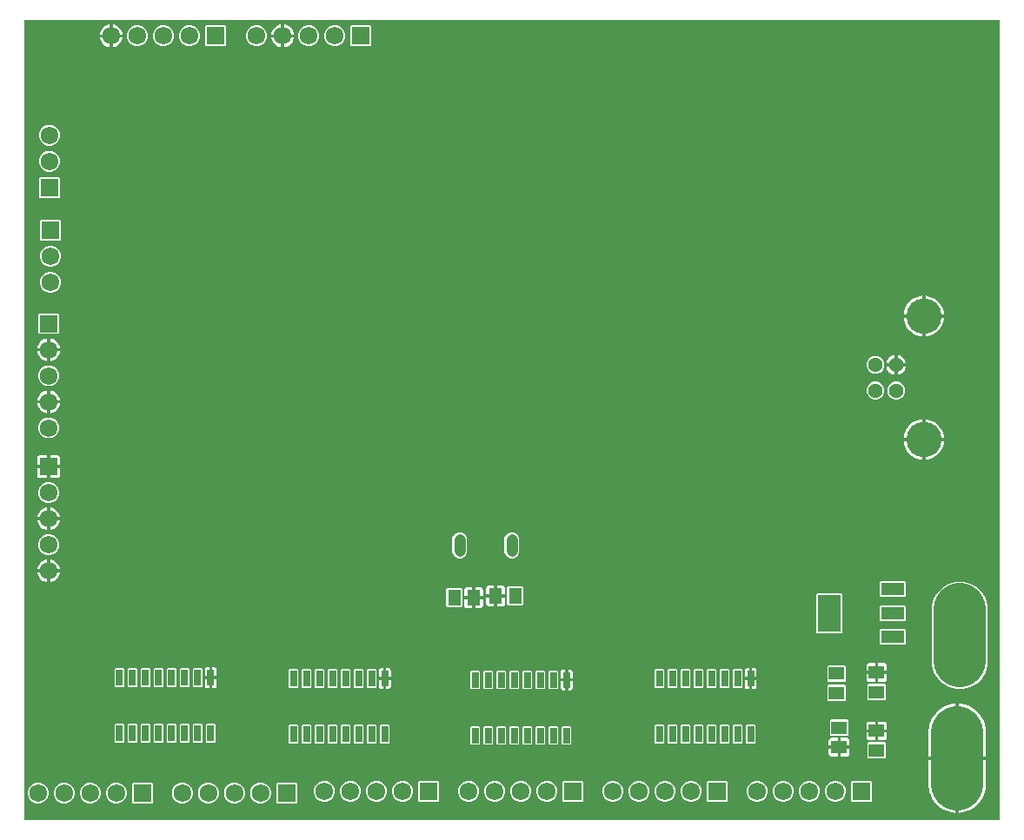
<source format=gbr>
G04 EAGLE Gerber RS-274X export*
G75*
%MOMM*%
%FSLAX34Y34*%
%LPD*%
%INBottom Copper*%
%IPPOS*%
%AMOC8*
5,1,8,0,0,1.08239X$1,22.5*%
G01*
%ADD10R,1.500000X1.300000*%
%ADD11R,1.300000X1.500000*%
%ADD12C,5.080000*%
%ADD13R,1.725000X1.725000*%
%ADD14C,1.725000*%
%ADD15R,0.650000X1.525000*%
%ADD16R,2.235200X1.219200*%
%ADD17R,2.200000X3.600000*%
%ADD18C,1.431000*%
%ADD19C,3.450000*%
%ADD20C,1.117600*%

G36*
X959098Y10164D02*
X959098Y10164D01*
X959117Y10162D01*
X959219Y10184D01*
X959321Y10200D01*
X959338Y10210D01*
X959358Y10214D01*
X959447Y10267D01*
X959538Y10316D01*
X959552Y10330D01*
X959569Y10340D01*
X959636Y10419D01*
X959708Y10494D01*
X959716Y10512D01*
X959729Y10527D01*
X959768Y10623D01*
X959811Y10717D01*
X959813Y10737D01*
X959821Y10755D01*
X959839Y10922D01*
X959839Y789078D01*
X959836Y789098D01*
X959838Y789117D01*
X959816Y789219D01*
X959800Y789321D01*
X959790Y789338D01*
X959786Y789358D01*
X959733Y789447D01*
X959684Y789538D01*
X959670Y789552D01*
X959660Y789569D01*
X959581Y789636D01*
X959506Y789708D01*
X959488Y789716D01*
X959473Y789729D01*
X959377Y789768D01*
X959283Y789811D01*
X959263Y789813D01*
X959245Y789821D01*
X959078Y789839D01*
X10922Y789839D01*
X10902Y789836D01*
X10883Y789838D01*
X10781Y789816D01*
X10679Y789800D01*
X10662Y789790D01*
X10642Y789786D01*
X10553Y789733D01*
X10462Y789684D01*
X10448Y789670D01*
X10431Y789660D01*
X10364Y789581D01*
X10292Y789506D01*
X10284Y789488D01*
X10271Y789473D01*
X10232Y789377D01*
X10189Y789283D01*
X10187Y789263D01*
X10179Y789245D01*
X10161Y789078D01*
X10161Y10922D01*
X10164Y10902D01*
X10162Y10883D01*
X10184Y10781D01*
X10200Y10679D01*
X10210Y10662D01*
X10214Y10642D01*
X10267Y10553D01*
X10316Y10462D01*
X10330Y10448D01*
X10340Y10431D01*
X10419Y10364D01*
X10494Y10292D01*
X10512Y10284D01*
X10527Y10271D01*
X10623Y10232D01*
X10717Y10189D01*
X10737Y10187D01*
X10755Y10179D01*
X10922Y10161D01*
X959078Y10161D01*
X959098Y10164D01*
G37*
%LPC*%
G36*
X917655Y137875D02*
X917655Y137875D01*
X910807Y139710D01*
X904668Y143255D01*
X899655Y148268D01*
X896110Y154407D01*
X894275Y161255D01*
X894275Y219145D01*
X896110Y225993D01*
X899655Y232132D01*
X904668Y237145D01*
X910807Y240690D01*
X917655Y242525D01*
X924745Y242525D01*
X931593Y240690D01*
X937732Y237145D01*
X942745Y232132D01*
X946290Y225993D01*
X948125Y219145D01*
X948125Y161255D01*
X946290Y154407D01*
X942745Y148268D01*
X937732Y143255D01*
X931593Y139710D01*
X924745Y137875D01*
X917655Y137875D01*
G37*
%LPD*%
%LPC*%
G36*
X920323Y72023D02*
X920323Y72023D01*
X920323Y123841D01*
X920369Y123841D01*
X923488Y123489D01*
X926314Y122844D01*
X926547Y122791D01*
X929509Y121755D01*
X932337Y120393D01*
X934994Y118723D01*
X937448Y116767D01*
X939667Y114548D01*
X941623Y112094D01*
X943293Y109437D01*
X944655Y106609D01*
X945691Y103647D01*
X946389Y100588D01*
X946741Y97469D01*
X946741Y72023D01*
X920323Y72023D01*
G37*
%LPD*%
%LPC*%
G36*
X920323Y17159D02*
X920323Y17159D01*
X920323Y68977D01*
X946741Y68977D01*
X946741Y43531D01*
X946389Y40412D01*
X945691Y37353D01*
X944655Y34391D01*
X943293Y31563D01*
X941623Y28906D01*
X939667Y26452D01*
X937448Y24233D01*
X934994Y22277D01*
X932337Y20607D01*
X929509Y19245D01*
X926547Y18209D01*
X923488Y17511D01*
X920369Y17159D01*
X920323Y17159D01*
G37*
%LPD*%
%LPC*%
G36*
X890859Y72023D02*
X890859Y72023D01*
X890859Y97469D01*
X891211Y100588D01*
X891909Y103647D01*
X892945Y106609D01*
X894307Y109437D01*
X895977Y112094D01*
X897933Y114548D01*
X900152Y116767D01*
X902606Y118723D01*
X905263Y120393D01*
X908091Y121755D01*
X911053Y122791D01*
X914112Y123489D01*
X917231Y123841D01*
X917277Y123841D01*
X917277Y72023D01*
X890859Y72023D01*
G37*
%LPD*%
%LPC*%
G36*
X917231Y17159D02*
X917231Y17159D01*
X914112Y17511D01*
X913043Y17755D01*
X911053Y18209D01*
X908091Y19245D01*
X905263Y20607D01*
X902606Y22277D01*
X900152Y24233D01*
X897933Y26452D01*
X895977Y28906D01*
X894307Y31563D01*
X892945Y34391D01*
X891909Y37353D01*
X891211Y40412D01*
X890859Y43531D01*
X890859Y68977D01*
X917277Y68977D01*
X917277Y17159D01*
X917231Y17159D01*
G37*
%LPD*%
%LPC*%
G36*
X782678Y192475D02*
X782678Y192475D01*
X781785Y193368D01*
X781785Y230632D01*
X782678Y231525D01*
X805942Y231525D01*
X806835Y230632D01*
X806835Y193368D01*
X805942Y192475D01*
X782678Y192475D01*
G37*
%LPD*%
%LPC*%
G36*
X25143Y616650D02*
X25143Y616650D01*
X24250Y617543D01*
X24250Y636057D01*
X25143Y636950D01*
X43657Y636950D01*
X44550Y636057D01*
X44550Y617543D01*
X43657Y616650D01*
X25143Y616650D01*
G37*
%LPD*%
%LPC*%
G36*
X816243Y28050D02*
X816243Y28050D01*
X815350Y28943D01*
X815350Y47457D01*
X816243Y48350D01*
X834757Y48350D01*
X835650Y47457D01*
X835650Y28943D01*
X834757Y28050D01*
X816243Y28050D01*
G37*
%LPD*%
%LPC*%
G36*
X26343Y575050D02*
X26343Y575050D01*
X25450Y575943D01*
X25450Y594457D01*
X26343Y595350D01*
X44857Y595350D01*
X45750Y594457D01*
X45750Y575943D01*
X44857Y575050D01*
X26343Y575050D01*
G37*
%LPD*%
%LPC*%
G36*
X328743Y764250D02*
X328743Y764250D01*
X327850Y765143D01*
X327850Y783657D01*
X328743Y784550D01*
X347257Y784550D01*
X348150Y783657D01*
X348150Y765143D01*
X347257Y764250D01*
X328743Y764250D01*
G37*
%LPD*%
%LPC*%
G36*
X394743Y28050D02*
X394743Y28050D01*
X393850Y28943D01*
X393850Y47457D01*
X394743Y48350D01*
X413257Y48350D01*
X414150Y47457D01*
X414150Y28943D01*
X413257Y28050D01*
X394743Y28050D01*
G37*
%LPD*%
%LPC*%
G36*
X675743Y28050D02*
X675743Y28050D01*
X674850Y28943D01*
X674850Y47457D01*
X675743Y48350D01*
X694257Y48350D01*
X695150Y47457D01*
X695150Y28943D01*
X694257Y28050D01*
X675743Y28050D01*
G37*
%LPD*%
%LPC*%
G36*
X24443Y483850D02*
X24443Y483850D01*
X23550Y484743D01*
X23550Y503257D01*
X24443Y504150D01*
X42957Y504150D01*
X43850Y503257D01*
X43850Y484743D01*
X42957Y483850D01*
X24443Y483850D01*
G37*
%LPD*%
%LPC*%
G36*
X186943Y764250D02*
X186943Y764250D01*
X186050Y765143D01*
X186050Y783657D01*
X186943Y784550D01*
X205457Y784550D01*
X206350Y783657D01*
X206350Y765143D01*
X205457Y764250D01*
X186943Y764250D01*
G37*
%LPD*%
%LPC*%
G36*
X535243Y28050D02*
X535243Y28050D01*
X534350Y28943D01*
X534350Y47457D01*
X535243Y48350D01*
X553757Y48350D01*
X554650Y47457D01*
X554650Y28943D01*
X553757Y28050D01*
X535243Y28050D01*
G37*
%LPD*%
%LPC*%
G36*
X115743Y26150D02*
X115743Y26150D01*
X114850Y27043D01*
X114850Y45557D01*
X115743Y46450D01*
X134257Y46450D01*
X135150Y45557D01*
X135150Y27043D01*
X134257Y26150D01*
X115743Y26150D01*
G37*
%LPD*%
%LPC*%
G36*
X256243Y26150D02*
X256243Y26150D01*
X255350Y27043D01*
X255350Y45557D01*
X256243Y46450D01*
X274757Y46450D01*
X275650Y45557D01*
X275650Y27043D01*
X274757Y26150D01*
X256243Y26150D01*
G37*
%LPD*%
%LPC*%
G36*
X844480Y227493D02*
X844480Y227493D01*
X843587Y228386D01*
X843587Y241842D01*
X844480Y242735D01*
X868096Y242735D01*
X868989Y241842D01*
X868989Y228386D01*
X868096Y227493D01*
X844480Y227493D01*
G37*
%LPD*%
%LPC*%
G36*
X844480Y181265D02*
X844480Y181265D01*
X843587Y182158D01*
X843587Y195614D01*
X844480Y196507D01*
X868096Y196507D01*
X868989Y195614D01*
X868989Y182158D01*
X868096Y181265D01*
X844480Y181265D01*
G37*
%LPD*%
%LPC*%
G36*
X844480Y204379D02*
X844480Y204379D01*
X843587Y205272D01*
X843587Y218728D01*
X844480Y219621D01*
X868096Y219621D01*
X868989Y218728D01*
X868989Y205272D01*
X868096Y204379D01*
X844480Y204379D01*
G37*
%LPD*%
%LPC*%
G36*
X798081Y28050D02*
X798081Y28050D01*
X794351Y29595D01*
X791495Y32451D01*
X789950Y36181D01*
X789950Y40219D01*
X791495Y43949D01*
X794351Y46805D01*
X798081Y48350D01*
X802119Y48350D01*
X805849Y46805D01*
X808705Y43949D01*
X810250Y40219D01*
X810250Y36181D01*
X808705Y32451D01*
X805849Y29595D01*
X802119Y28050D01*
X798081Y28050D01*
G37*
%LPD*%
%LPC*%
G36*
X325781Y28050D02*
X325781Y28050D01*
X322051Y29595D01*
X319195Y32451D01*
X317650Y36181D01*
X317650Y40219D01*
X319195Y43949D01*
X322051Y46805D01*
X325781Y48350D01*
X329819Y48350D01*
X333549Y46805D01*
X336405Y43949D01*
X337950Y40219D01*
X337950Y36181D01*
X336405Y32451D01*
X333549Y29595D01*
X329819Y28050D01*
X325781Y28050D01*
G37*
%LPD*%
%LPC*%
G36*
X168781Y764250D02*
X168781Y764250D01*
X165051Y765795D01*
X162195Y768651D01*
X160650Y772381D01*
X160650Y776419D01*
X162195Y780149D01*
X165051Y783005D01*
X168781Y784550D01*
X172819Y784550D01*
X176549Y783005D01*
X179405Y780149D01*
X180950Y776419D01*
X180950Y772381D01*
X179405Y768651D01*
X176549Y765795D01*
X172819Y764250D01*
X168781Y764250D01*
G37*
%LPD*%
%LPC*%
G36*
X143381Y764250D02*
X143381Y764250D01*
X139651Y765795D01*
X136795Y768651D01*
X135250Y772381D01*
X135250Y776419D01*
X136795Y780149D01*
X139651Y783005D01*
X143381Y784550D01*
X147419Y784550D01*
X151149Y783005D01*
X154005Y780149D01*
X155550Y776419D01*
X155550Y772381D01*
X154005Y768651D01*
X151149Y765795D01*
X147419Y764250D01*
X143381Y764250D01*
G37*
%LPD*%
%LPC*%
G36*
X310581Y764250D02*
X310581Y764250D01*
X306851Y765795D01*
X303995Y768651D01*
X302450Y772381D01*
X302450Y776419D01*
X303995Y780149D01*
X306851Y783005D01*
X310581Y784550D01*
X314619Y784550D01*
X318349Y783005D01*
X321205Y780149D01*
X322750Y776419D01*
X322750Y772381D01*
X321205Y768651D01*
X318349Y765795D01*
X314619Y764250D01*
X310581Y764250D01*
G37*
%LPD*%
%LPC*%
G36*
X285181Y764250D02*
X285181Y764250D01*
X281451Y765795D01*
X278595Y768651D01*
X277050Y772381D01*
X277050Y776419D01*
X278595Y780149D01*
X281451Y783005D01*
X285181Y784550D01*
X289219Y784550D01*
X292949Y783005D01*
X295805Y780149D01*
X297350Y776419D01*
X297350Y772381D01*
X295805Y768651D01*
X292949Y765795D01*
X289219Y764250D01*
X285181Y764250D01*
G37*
%LPD*%
%LPC*%
G36*
X234381Y764250D02*
X234381Y764250D01*
X230651Y765795D01*
X227795Y768651D01*
X226250Y772381D01*
X226250Y776419D01*
X227795Y780149D01*
X230651Y783005D01*
X234381Y784550D01*
X238419Y784550D01*
X242149Y783005D01*
X245005Y780149D01*
X246550Y776419D01*
X246550Y772381D01*
X245005Y768651D01*
X242149Y765795D01*
X238419Y764250D01*
X234381Y764250D01*
G37*
%LPD*%
%LPC*%
G36*
X117981Y764250D02*
X117981Y764250D01*
X114251Y765795D01*
X111395Y768651D01*
X109850Y772381D01*
X109850Y776419D01*
X111395Y780149D01*
X114251Y783005D01*
X117981Y784550D01*
X122019Y784550D01*
X125749Y783005D01*
X128605Y780149D01*
X130150Y776419D01*
X130150Y772381D01*
X128605Y768651D01*
X125749Y765795D01*
X122019Y764250D01*
X117981Y764250D01*
G37*
%LPD*%
%LPC*%
G36*
X46781Y26150D02*
X46781Y26150D01*
X43051Y27695D01*
X40195Y30551D01*
X38650Y34281D01*
X38650Y38319D01*
X40195Y42049D01*
X43051Y44905D01*
X46781Y46450D01*
X50819Y46450D01*
X54549Y44905D01*
X57405Y42049D01*
X58950Y38319D01*
X58950Y34281D01*
X57405Y30551D01*
X54549Y27695D01*
X50819Y26150D01*
X46781Y26150D01*
G37*
%LPD*%
%LPC*%
G36*
X31681Y268150D02*
X31681Y268150D01*
X27951Y269695D01*
X25095Y272551D01*
X23550Y276281D01*
X23550Y280319D01*
X25095Y284049D01*
X27951Y286905D01*
X31681Y288450D01*
X35719Y288450D01*
X39449Y286905D01*
X42305Y284049D01*
X43850Y280319D01*
X43850Y276281D01*
X42305Y272551D01*
X39449Y269695D01*
X35719Y268150D01*
X31681Y268150D01*
G37*
%LPD*%
%LPC*%
G36*
X31681Y318950D02*
X31681Y318950D01*
X27951Y320495D01*
X25095Y323351D01*
X23550Y327081D01*
X23550Y331119D01*
X25095Y334849D01*
X27951Y337705D01*
X31681Y339250D01*
X35719Y339250D01*
X39449Y337705D01*
X42305Y334849D01*
X43850Y331119D01*
X43850Y327081D01*
X42305Y323351D01*
X39449Y320495D01*
X35719Y318950D01*
X31681Y318950D01*
G37*
%LPD*%
%LPC*%
G36*
X32381Y667450D02*
X32381Y667450D01*
X28651Y668995D01*
X25795Y671851D01*
X24250Y675581D01*
X24250Y679619D01*
X25795Y683349D01*
X28651Y686205D01*
X32381Y687750D01*
X36419Y687750D01*
X40149Y686205D01*
X43005Y683349D01*
X44550Y679619D01*
X44550Y675581D01*
X43005Y671851D01*
X40149Y668995D01*
X36419Y667450D01*
X32381Y667450D01*
G37*
%LPD*%
%LPC*%
G36*
X32381Y642050D02*
X32381Y642050D01*
X28651Y643595D01*
X25795Y646451D01*
X24250Y650181D01*
X24250Y654219D01*
X25795Y657949D01*
X28651Y660805D01*
X32381Y662350D01*
X36419Y662350D01*
X40149Y660805D01*
X43005Y657949D01*
X44550Y654219D01*
X44550Y650181D01*
X43005Y646451D01*
X40149Y643595D01*
X36419Y642050D01*
X32381Y642050D01*
G37*
%LPD*%
%LPC*%
G36*
X33581Y549650D02*
X33581Y549650D01*
X29851Y551195D01*
X26995Y554051D01*
X25450Y557781D01*
X25450Y561819D01*
X26995Y565549D01*
X29851Y568405D01*
X33581Y569950D01*
X37619Y569950D01*
X41349Y568405D01*
X44205Y565549D01*
X45750Y561819D01*
X45750Y557781D01*
X44205Y554051D01*
X41349Y551195D01*
X37619Y549650D01*
X33581Y549650D01*
G37*
%LPD*%
%LPC*%
G36*
X33581Y524250D02*
X33581Y524250D01*
X29851Y525795D01*
X26995Y528651D01*
X25450Y532381D01*
X25450Y536419D01*
X26995Y540149D01*
X29851Y543005D01*
X33581Y544550D01*
X37619Y544550D01*
X41349Y543005D01*
X44205Y540149D01*
X45750Y536419D01*
X45750Y532381D01*
X44205Y528651D01*
X41349Y525795D01*
X37619Y524250D01*
X33581Y524250D01*
G37*
%LPD*%
%LPC*%
G36*
X21381Y26150D02*
X21381Y26150D01*
X17651Y27695D01*
X14795Y30551D01*
X13250Y34281D01*
X13250Y38319D01*
X14795Y42049D01*
X17651Y44905D01*
X21381Y46450D01*
X25419Y46450D01*
X29149Y44905D01*
X32005Y42049D01*
X33550Y38319D01*
X33550Y34281D01*
X32005Y30551D01*
X29149Y27695D01*
X25419Y26150D01*
X21381Y26150D01*
G37*
%LPD*%
%LPC*%
G36*
X300381Y28050D02*
X300381Y28050D01*
X296651Y29595D01*
X293795Y32451D01*
X292250Y36181D01*
X292250Y40219D01*
X293795Y43949D01*
X296651Y46805D01*
X300381Y48350D01*
X304419Y48350D01*
X308149Y46805D01*
X311005Y43949D01*
X312550Y40219D01*
X312550Y36181D01*
X311005Y32451D01*
X308149Y29595D01*
X304419Y28050D01*
X300381Y28050D01*
G37*
%LPD*%
%LPC*%
G36*
X31681Y382250D02*
X31681Y382250D01*
X27951Y383795D01*
X25095Y386651D01*
X23550Y390381D01*
X23550Y394419D01*
X25095Y398149D01*
X27951Y401005D01*
X31681Y402550D01*
X35719Y402550D01*
X39449Y401005D01*
X42305Y398149D01*
X43850Y394419D01*
X43850Y390381D01*
X42305Y386651D01*
X39449Y383795D01*
X35719Y382250D01*
X31681Y382250D01*
G37*
%LPD*%
%LPC*%
G36*
X351181Y28050D02*
X351181Y28050D01*
X347451Y29595D01*
X344595Y32451D01*
X343050Y36181D01*
X343050Y40219D01*
X344595Y43949D01*
X347451Y46805D01*
X351181Y48350D01*
X355219Y48350D01*
X358949Y46805D01*
X361805Y43949D01*
X363350Y40219D01*
X363350Y36181D01*
X361805Y32451D01*
X358949Y29595D01*
X355219Y28050D01*
X351181Y28050D01*
G37*
%LPD*%
%LPC*%
G36*
X31681Y433050D02*
X31681Y433050D01*
X27951Y434595D01*
X25095Y437451D01*
X23550Y441181D01*
X23550Y445219D01*
X25095Y448949D01*
X27951Y451805D01*
X31681Y453350D01*
X35719Y453350D01*
X39449Y451805D01*
X42305Y448949D01*
X43850Y445219D01*
X43850Y441181D01*
X42305Y437451D01*
X39449Y434595D01*
X35719Y433050D01*
X31681Y433050D01*
G37*
%LPD*%
%LPC*%
G36*
X772681Y28050D02*
X772681Y28050D01*
X768951Y29595D01*
X766095Y32451D01*
X764550Y36181D01*
X764550Y40219D01*
X766095Y43949D01*
X768951Y46805D01*
X772681Y48350D01*
X776719Y48350D01*
X780449Y46805D01*
X783305Y43949D01*
X784850Y40219D01*
X784850Y36181D01*
X783305Y32451D01*
X780449Y29595D01*
X776719Y28050D01*
X772681Y28050D01*
G37*
%LPD*%
%LPC*%
G36*
X747281Y28050D02*
X747281Y28050D01*
X743551Y29595D01*
X740695Y32451D01*
X739150Y36181D01*
X739150Y40219D01*
X740695Y43949D01*
X743551Y46805D01*
X747281Y48350D01*
X751319Y48350D01*
X755049Y46805D01*
X757905Y43949D01*
X759450Y40219D01*
X759450Y36181D01*
X757905Y32451D01*
X755049Y29595D01*
X751319Y28050D01*
X747281Y28050D01*
G37*
%LPD*%
%LPC*%
G36*
X721881Y28050D02*
X721881Y28050D01*
X718151Y29595D01*
X715295Y32451D01*
X713750Y36181D01*
X713750Y40219D01*
X715295Y43949D01*
X718151Y46805D01*
X721881Y48350D01*
X725919Y48350D01*
X729649Y46805D01*
X732505Y43949D01*
X734050Y40219D01*
X734050Y36181D01*
X732505Y32451D01*
X729649Y29595D01*
X725919Y28050D01*
X721881Y28050D01*
G37*
%LPD*%
%LPC*%
G36*
X657581Y28050D02*
X657581Y28050D01*
X653851Y29595D01*
X650995Y32451D01*
X649450Y36181D01*
X649450Y40219D01*
X650995Y43949D01*
X653851Y46805D01*
X657581Y48350D01*
X661619Y48350D01*
X665349Y46805D01*
X668205Y43949D01*
X669750Y40219D01*
X669750Y36181D01*
X668205Y32451D01*
X665349Y29595D01*
X661619Y28050D01*
X657581Y28050D01*
G37*
%LPD*%
%LPC*%
G36*
X632181Y28050D02*
X632181Y28050D01*
X628451Y29595D01*
X625595Y32451D01*
X624050Y36181D01*
X624050Y40219D01*
X625595Y43949D01*
X628451Y46805D01*
X632181Y48350D01*
X636219Y48350D01*
X639949Y46805D01*
X642805Y43949D01*
X644350Y40219D01*
X644350Y36181D01*
X642805Y32451D01*
X639949Y29595D01*
X636219Y28050D01*
X632181Y28050D01*
G37*
%LPD*%
%LPC*%
G36*
X606781Y28050D02*
X606781Y28050D01*
X603051Y29595D01*
X600195Y32451D01*
X598650Y36181D01*
X598650Y40219D01*
X600195Y43949D01*
X603051Y46805D01*
X606781Y48350D01*
X610819Y48350D01*
X614549Y46805D01*
X617405Y43949D01*
X618950Y40219D01*
X618950Y36181D01*
X617405Y32451D01*
X614549Y29595D01*
X610819Y28050D01*
X606781Y28050D01*
G37*
%LPD*%
%LPC*%
G36*
X581381Y28050D02*
X581381Y28050D01*
X577651Y29595D01*
X574795Y32451D01*
X573250Y36181D01*
X573250Y40219D01*
X574795Y43949D01*
X577651Y46805D01*
X581381Y48350D01*
X585419Y48350D01*
X589149Y46805D01*
X592005Y43949D01*
X593550Y40219D01*
X593550Y36181D01*
X592005Y32451D01*
X589149Y29595D01*
X585419Y28050D01*
X581381Y28050D01*
G37*
%LPD*%
%LPC*%
G36*
X517081Y28050D02*
X517081Y28050D01*
X513351Y29595D01*
X510495Y32451D01*
X508950Y36181D01*
X508950Y40219D01*
X510495Y43949D01*
X513351Y46805D01*
X517081Y48350D01*
X521119Y48350D01*
X524849Y46805D01*
X527705Y43949D01*
X529250Y40219D01*
X529250Y36181D01*
X527705Y32451D01*
X524849Y29595D01*
X521119Y28050D01*
X517081Y28050D01*
G37*
%LPD*%
%LPC*%
G36*
X491681Y28050D02*
X491681Y28050D01*
X487951Y29595D01*
X485095Y32451D01*
X483550Y36181D01*
X483550Y40219D01*
X485095Y43949D01*
X487951Y46805D01*
X491681Y48350D01*
X495719Y48350D01*
X499449Y46805D01*
X502305Y43949D01*
X503850Y40219D01*
X503850Y36181D01*
X502305Y32451D01*
X499449Y29595D01*
X495719Y28050D01*
X491681Y28050D01*
G37*
%LPD*%
%LPC*%
G36*
X466281Y28050D02*
X466281Y28050D01*
X462551Y29595D01*
X459695Y32451D01*
X458150Y36181D01*
X458150Y40219D01*
X459695Y43949D01*
X462551Y46805D01*
X466281Y48350D01*
X470319Y48350D01*
X474049Y46805D01*
X476905Y43949D01*
X478450Y40219D01*
X478450Y36181D01*
X476905Y32451D01*
X474049Y29595D01*
X470319Y28050D01*
X466281Y28050D01*
G37*
%LPD*%
%LPC*%
G36*
X440881Y28050D02*
X440881Y28050D01*
X437151Y29595D01*
X434295Y32451D01*
X432750Y36181D01*
X432750Y40219D01*
X434295Y43949D01*
X437151Y46805D01*
X440881Y48350D01*
X444919Y48350D01*
X448649Y46805D01*
X451505Y43949D01*
X453050Y40219D01*
X453050Y36181D01*
X451505Y32451D01*
X448649Y29595D01*
X444919Y28050D01*
X440881Y28050D01*
G37*
%LPD*%
%LPC*%
G36*
X376581Y28050D02*
X376581Y28050D01*
X372851Y29595D01*
X369995Y32451D01*
X368450Y36181D01*
X368450Y40219D01*
X369995Y43949D01*
X372851Y46805D01*
X376581Y48350D01*
X380619Y48350D01*
X384349Y46805D01*
X387205Y43949D01*
X388750Y40219D01*
X388750Y36181D01*
X387205Y32451D01*
X384349Y29595D01*
X380619Y28050D01*
X376581Y28050D01*
G37*
%LPD*%
%LPC*%
G36*
X238081Y26150D02*
X238081Y26150D01*
X234351Y27695D01*
X231495Y30551D01*
X229950Y34281D01*
X229950Y38319D01*
X231495Y42049D01*
X234351Y44905D01*
X238081Y46450D01*
X242119Y46450D01*
X245849Y44905D01*
X248705Y42049D01*
X250250Y38319D01*
X250250Y34281D01*
X248705Y30551D01*
X245849Y27695D01*
X242119Y26150D01*
X238081Y26150D01*
G37*
%LPD*%
%LPC*%
G36*
X212681Y26150D02*
X212681Y26150D01*
X208951Y27695D01*
X206095Y30551D01*
X204550Y34281D01*
X204550Y38319D01*
X206095Y42049D01*
X208951Y44905D01*
X212681Y46450D01*
X216719Y46450D01*
X220449Y44905D01*
X223305Y42049D01*
X224850Y38319D01*
X224850Y34281D01*
X223305Y30551D01*
X220449Y27695D01*
X216719Y26150D01*
X212681Y26150D01*
G37*
%LPD*%
%LPC*%
G36*
X187281Y26150D02*
X187281Y26150D01*
X183551Y27695D01*
X180695Y30551D01*
X179150Y34281D01*
X179150Y38319D01*
X180695Y42049D01*
X183551Y44905D01*
X187281Y46450D01*
X191319Y46450D01*
X195049Y44905D01*
X197905Y42049D01*
X199450Y38319D01*
X199450Y34281D01*
X197905Y30551D01*
X195049Y27695D01*
X191319Y26150D01*
X187281Y26150D01*
G37*
%LPD*%
%LPC*%
G36*
X161881Y26150D02*
X161881Y26150D01*
X158151Y27695D01*
X155295Y30551D01*
X153750Y34281D01*
X153750Y38319D01*
X155295Y42049D01*
X158151Y44905D01*
X161881Y46450D01*
X165919Y46450D01*
X169649Y44905D01*
X172505Y42049D01*
X174050Y38319D01*
X174050Y34281D01*
X172505Y30551D01*
X169649Y27695D01*
X165919Y26150D01*
X161881Y26150D01*
G37*
%LPD*%
%LPC*%
G36*
X97581Y26150D02*
X97581Y26150D01*
X93851Y27695D01*
X90995Y30551D01*
X89450Y34281D01*
X89450Y38319D01*
X90995Y42049D01*
X93851Y44905D01*
X97581Y46450D01*
X101619Y46450D01*
X105349Y44905D01*
X108205Y42049D01*
X109750Y38319D01*
X109750Y34281D01*
X108205Y30551D01*
X105349Y27695D01*
X101619Y26150D01*
X97581Y26150D01*
G37*
%LPD*%
%LPC*%
G36*
X72181Y26150D02*
X72181Y26150D01*
X68451Y27695D01*
X65595Y30551D01*
X64050Y34281D01*
X64050Y38319D01*
X65595Y42049D01*
X68451Y44905D01*
X72181Y46450D01*
X76219Y46450D01*
X79949Y44905D01*
X82805Y42049D01*
X84350Y38319D01*
X84350Y34281D01*
X82805Y30551D01*
X79949Y27695D01*
X76219Y26150D01*
X72181Y26150D01*
G37*
%LPD*%
%LPC*%
G36*
X483585Y265299D02*
X483585Y265299D01*
X480971Y266382D01*
X478970Y268383D01*
X477887Y270997D01*
X477887Y285003D01*
X478970Y287617D01*
X480971Y289618D01*
X483585Y290701D01*
X486415Y290701D01*
X489029Y289618D01*
X491030Y287617D01*
X492113Y285003D01*
X492113Y270997D01*
X491030Y268383D01*
X489029Y266382D01*
X486415Y265299D01*
X483585Y265299D01*
G37*
%LPD*%
%LPC*%
G36*
X432785Y265299D02*
X432785Y265299D01*
X430171Y266382D01*
X428170Y268383D01*
X427087Y270997D01*
X427087Y285003D01*
X428170Y287617D01*
X430171Y289618D01*
X432785Y290701D01*
X435615Y290701D01*
X438229Y289618D01*
X440230Y287617D01*
X441313Y285003D01*
X441313Y270997D01*
X440230Y268383D01*
X438229Y266382D01*
X435615Y265299D01*
X432785Y265299D01*
G37*
%LPD*%
%LPC*%
G36*
X832068Y69975D02*
X832068Y69975D01*
X831175Y70868D01*
X831175Y85132D01*
X832068Y86025D01*
X848332Y86025D01*
X849225Y85132D01*
X849225Y70868D01*
X848332Y69975D01*
X832068Y69975D01*
G37*
%LPD*%
%LPC*%
G36*
X793168Y125975D02*
X793168Y125975D01*
X792275Y126868D01*
X792275Y141132D01*
X793168Y142025D01*
X809432Y142025D01*
X810325Y141132D01*
X810325Y126868D01*
X809432Y125975D01*
X793168Y125975D01*
G37*
%LPD*%
%LPC*%
G36*
X832068Y126975D02*
X832068Y126975D01*
X831175Y127868D01*
X831175Y142132D01*
X832068Y143025D01*
X848332Y143025D01*
X849225Y142132D01*
X849225Y127868D01*
X848332Y126975D01*
X832068Y126975D01*
G37*
%LPD*%
%LPC*%
G36*
X421668Y217975D02*
X421668Y217975D01*
X420775Y218868D01*
X420775Y235132D01*
X421668Y236025D01*
X435932Y236025D01*
X436825Y235132D01*
X436825Y218868D01*
X435932Y217975D01*
X421668Y217975D01*
G37*
%LPD*%
%LPC*%
G36*
X480968Y219675D02*
X480968Y219675D01*
X480075Y220568D01*
X480075Y236832D01*
X480968Y237725D01*
X495232Y237725D01*
X496125Y236832D01*
X496125Y220568D01*
X495232Y219675D01*
X480968Y219675D01*
G37*
%LPD*%
%LPC*%
G36*
X793168Y144975D02*
X793168Y144975D01*
X792275Y145868D01*
X792275Y160132D01*
X793168Y161025D01*
X809432Y161025D01*
X810325Y160132D01*
X810325Y145868D01*
X809432Y144975D01*
X793168Y144975D01*
G37*
%LPD*%
%LPC*%
G36*
X795568Y92175D02*
X795568Y92175D01*
X794675Y93068D01*
X794675Y107332D01*
X795568Y108225D01*
X811832Y108225D01*
X812725Y107332D01*
X812725Y93068D01*
X811832Y92175D01*
X795568Y92175D01*
G37*
%LPD*%
%LPC*%
G36*
X887823Y382523D02*
X887823Y382523D01*
X887823Y400761D01*
X890169Y400452D01*
X892675Y399781D01*
X895072Y398788D01*
X897319Y397491D01*
X899377Y395911D01*
X901211Y394077D01*
X902791Y392019D01*
X904088Y389772D01*
X905081Y387375D01*
X905752Y384869D01*
X906061Y382523D01*
X887823Y382523D01*
G37*
%LPD*%
%LPC*%
G36*
X887823Y502923D02*
X887823Y502923D01*
X887823Y521161D01*
X890169Y520852D01*
X892675Y520181D01*
X895072Y519188D01*
X897319Y517891D01*
X899377Y516311D01*
X901211Y514477D01*
X902791Y512419D01*
X904088Y510172D01*
X905081Y507775D01*
X905752Y505269D01*
X906061Y502923D01*
X887823Y502923D01*
G37*
%LPD*%
%LPC*%
G36*
X887823Y379477D02*
X887823Y379477D01*
X906061Y379477D01*
X905752Y377131D01*
X905081Y374625D01*
X904088Y372228D01*
X902791Y369981D01*
X901211Y367923D01*
X899377Y366089D01*
X897319Y364509D01*
X895072Y363212D01*
X892675Y362219D01*
X890169Y361548D01*
X887823Y361239D01*
X887823Y379477D01*
G37*
%LPD*%
%LPC*%
G36*
X866539Y502923D02*
X866539Y502923D01*
X866848Y505269D01*
X867519Y507775D01*
X868512Y510172D01*
X869809Y512419D01*
X871389Y514477D01*
X873223Y516311D01*
X875281Y517891D01*
X877528Y519188D01*
X879925Y520181D01*
X882431Y520852D01*
X884777Y521161D01*
X884777Y502923D01*
X866539Y502923D01*
G37*
%LPD*%
%LPC*%
G36*
X887823Y499877D02*
X887823Y499877D01*
X906061Y499877D01*
X905752Y497531D01*
X905081Y495025D01*
X904088Y492628D01*
X902791Y490381D01*
X901211Y488323D01*
X899377Y486489D01*
X897319Y484909D01*
X895072Y483612D01*
X892675Y482619D01*
X890169Y481948D01*
X887823Y481639D01*
X887823Y499877D01*
G37*
%LPD*%
%LPC*%
G36*
X866539Y382523D02*
X866539Y382523D01*
X866848Y384869D01*
X867519Y387375D01*
X868512Y389772D01*
X869809Y392019D01*
X871389Y394077D01*
X873223Y395911D01*
X875281Y397491D01*
X877528Y398788D01*
X879925Y399781D01*
X882431Y400452D01*
X884777Y400761D01*
X884777Y382523D01*
X866539Y382523D01*
G37*
%LPD*%
%LPC*%
G36*
X882431Y361548D02*
X882431Y361548D01*
X879925Y362219D01*
X877528Y363212D01*
X875281Y364509D01*
X873223Y366089D01*
X871389Y367923D01*
X869809Y369981D01*
X868512Y372228D01*
X867519Y374625D01*
X866848Y377131D01*
X866539Y379477D01*
X884777Y379477D01*
X884777Y361239D01*
X882431Y361548D01*
G37*
%LPD*%
%LPC*%
G36*
X882431Y481948D02*
X882431Y481948D01*
X879925Y482619D01*
X877528Y483612D01*
X875281Y484909D01*
X873223Y486489D01*
X871389Y488323D01*
X869809Y490381D01*
X868512Y492628D01*
X867519Y495025D01*
X866848Y497531D01*
X866539Y499877D01*
X884777Y499877D01*
X884777Y481639D01*
X882431Y481948D01*
G37*
%LPD*%
%LPC*%
G36*
X837473Y420020D02*
X837473Y420020D01*
X834283Y421342D01*
X831842Y423783D01*
X830520Y426973D01*
X830520Y430427D01*
X831842Y433617D01*
X834283Y436058D01*
X837473Y437380D01*
X840927Y437380D01*
X844117Y436058D01*
X846558Y433617D01*
X847880Y430427D01*
X847880Y426973D01*
X846558Y423783D01*
X844117Y421342D01*
X840927Y420020D01*
X837473Y420020D01*
G37*
%LPD*%
%LPC*%
G36*
X857473Y420020D02*
X857473Y420020D01*
X854283Y421342D01*
X851842Y423783D01*
X850520Y426973D01*
X850520Y430427D01*
X851842Y433617D01*
X854283Y436058D01*
X857473Y437380D01*
X860927Y437380D01*
X864117Y436058D01*
X866558Y433617D01*
X867880Y430427D01*
X867880Y426973D01*
X866558Y423783D01*
X864117Y421342D01*
X860927Y420020D01*
X857473Y420020D01*
G37*
%LPD*%
%LPC*%
G36*
X837473Y445020D02*
X837473Y445020D01*
X834283Y446342D01*
X831842Y448783D01*
X830520Y451973D01*
X830520Y455427D01*
X831842Y458617D01*
X834283Y461058D01*
X837473Y462380D01*
X840927Y462380D01*
X844117Y461058D01*
X846558Y458617D01*
X847880Y455427D01*
X847880Y451973D01*
X846558Y448783D01*
X844117Y446342D01*
X840927Y445020D01*
X837473Y445020D01*
G37*
%LPD*%
%LPC*%
G36*
X650168Y84630D02*
X650168Y84630D01*
X649275Y85523D01*
X649275Y102037D01*
X650168Y102930D01*
X657932Y102930D01*
X658825Y102037D01*
X658825Y85523D01*
X657932Y84630D01*
X650168Y84630D01*
G37*
%LPD*%
%LPC*%
G36*
X445468Y137670D02*
X445468Y137670D01*
X444575Y138563D01*
X444575Y155077D01*
X445468Y155970D01*
X453232Y155970D01*
X454125Y155077D01*
X454125Y138563D01*
X453232Y137670D01*
X445468Y137670D01*
G37*
%LPD*%
%LPC*%
G36*
X458168Y137670D02*
X458168Y137670D01*
X457275Y138563D01*
X457275Y155077D01*
X458168Y155970D01*
X465932Y155970D01*
X466825Y155077D01*
X466825Y138563D01*
X465932Y137670D01*
X458168Y137670D01*
G37*
%LPD*%
%LPC*%
G36*
X662868Y84630D02*
X662868Y84630D01*
X661975Y85523D01*
X661975Y102037D01*
X662868Y102930D01*
X670632Y102930D01*
X671525Y102037D01*
X671525Y85523D01*
X670632Y84630D01*
X662868Y84630D01*
G37*
%LPD*%
%LPC*%
G36*
X675568Y84630D02*
X675568Y84630D01*
X674675Y85523D01*
X674675Y102037D01*
X675568Y102930D01*
X683332Y102930D01*
X684225Y102037D01*
X684225Y85523D01*
X683332Y84630D01*
X675568Y84630D01*
G37*
%LPD*%
%LPC*%
G36*
X496268Y137670D02*
X496268Y137670D01*
X495375Y138563D01*
X495375Y155077D01*
X496268Y155970D01*
X504032Y155970D01*
X504925Y155077D01*
X504925Y138563D01*
X504032Y137670D01*
X496268Y137670D01*
G37*
%LPD*%
%LPC*%
G36*
X306546Y138993D02*
X306546Y138993D01*
X305653Y139887D01*
X305653Y156400D01*
X306546Y157293D01*
X314310Y157293D01*
X315203Y156400D01*
X315203Y139887D01*
X314310Y138993D01*
X306546Y138993D01*
G37*
%LPD*%
%LPC*%
G36*
X508968Y137670D02*
X508968Y137670D01*
X508075Y138563D01*
X508075Y155077D01*
X508968Y155970D01*
X516732Y155970D01*
X517625Y155077D01*
X517625Y138563D01*
X516732Y137670D01*
X508968Y137670D01*
G37*
%LPD*%
%LPC*%
G36*
X521668Y137670D02*
X521668Y137670D01*
X520775Y138563D01*
X520775Y155077D01*
X521668Y155970D01*
X529432Y155970D01*
X530325Y155077D01*
X530325Y138563D01*
X529432Y137670D01*
X521668Y137670D01*
G37*
%LPD*%
%LPC*%
G36*
X470868Y137670D02*
X470868Y137670D01*
X469975Y138563D01*
X469975Y155077D01*
X470868Y155970D01*
X478632Y155970D01*
X479525Y155077D01*
X479525Y138563D01*
X478632Y137670D01*
X470868Y137670D01*
G37*
%LPD*%
%LPC*%
G36*
X483568Y137670D02*
X483568Y137670D01*
X482675Y138563D01*
X482675Y155077D01*
X483568Y155970D01*
X491332Y155970D01*
X492225Y155077D01*
X492225Y138563D01*
X491332Y137670D01*
X483568Y137670D01*
G37*
%LPD*%
%LPC*%
G36*
X688268Y84630D02*
X688268Y84630D01*
X687375Y85523D01*
X687375Y102037D01*
X688268Y102930D01*
X696032Y102930D01*
X696925Y102037D01*
X696925Y85523D01*
X696032Y84630D01*
X688268Y84630D01*
G37*
%LPD*%
%LPC*%
G36*
X700968Y84630D02*
X700968Y84630D01*
X700075Y85523D01*
X700075Y102037D01*
X700968Y102930D01*
X708732Y102930D01*
X709625Y102037D01*
X709625Y85523D01*
X708732Y84630D01*
X700968Y84630D01*
G37*
%LPD*%
%LPC*%
G36*
X624768Y138870D02*
X624768Y138870D01*
X623875Y139763D01*
X623875Y156277D01*
X624768Y157170D01*
X632532Y157170D01*
X633425Y156277D01*
X633425Y139763D01*
X632532Y138870D01*
X624768Y138870D01*
G37*
%LPD*%
%LPC*%
G36*
X662868Y138870D02*
X662868Y138870D01*
X661975Y139763D01*
X661975Y156277D01*
X662868Y157170D01*
X670632Y157170D01*
X671525Y156277D01*
X671525Y139763D01*
X670632Y138870D01*
X662868Y138870D01*
G37*
%LPD*%
%LPC*%
G36*
X713668Y84630D02*
X713668Y84630D01*
X712775Y85523D01*
X712775Y102037D01*
X713668Y102930D01*
X721432Y102930D01*
X722325Y102037D01*
X722325Y85523D01*
X721432Y84630D01*
X713668Y84630D01*
G37*
%LPD*%
%LPC*%
G36*
X675568Y138870D02*
X675568Y138870D01*
X674675Y139763D01*
X674675Y156277D01*
X675568Y157170D01*
X683332Y157170D01*
X684225Y156277D01*
X684225Y139763D01*
X683332Y138870D01*
X675568Y138870D01*
G37*
%LPD*%
%LPC*%
G36*
X688268Y138870D02*
X688268Y138870D01*
X687375Y139763D01*
X687375Y156277D01*
X688268Y157170D01*
X696032Y157170D01*
X696925Y156277D01*
X696925Y139763D01*
X696032Y138870D01*
X688268Y138870D01*
G37*
%LPD*%
%LPC*%
G36*
X700968Y138870D02*
X700968Y138870D01*
X700075Y139763D01*
X700075Y156277D01*
X700968Y157170D01*
X708732Y157170D01*
X709625Y156277D01*
X709625Y139763D01*
X708732Y138870D01*
X700968Y138870D01*
G37*
%LPD*%
%LPC*%
G36*
X637468Y138870D02*
X637468Y138870D01*
X636575Y139763D01*
X636575Y156277D01*
X637468Y157170D01*
X645232Y157170D01*
X646125Y156277D01*
X646125Y139763D01*
X645232Y138870D01*
X637468Y138870D01*
G37*
%LPD*%
%LPC*%
G36*
X650168Y138870D02*
X650168Y138870D01*
X649275Y139763D01*
X649275Y156277D01*
X650168Y157170D01*
X657932Y157170D01*
X658825Y156277D01*
X658825Y139763D01*
X657932Y138870D01*
X650168Y138870D01*
G37*
%LPD*%
%LPC*%
G36*
X293846Y138993D02*
X293846Y138993D01*
X292953Y139887D01*
X292953Y156400D01*
X293846Y157293D01*
X301610Y157293D01*
X302503Y156400D01*
X302503Y139887D01*
X301610Y138993D01*
X293846Y138993D01*
G37*
%LPD*%
%LPC*%
G36*
X111576Y139712D02*
X111576Y139712D01*
X110683Y140605D01*
X110683Y157118D01*
X111576Y158012D01*
X119339Y158012D01*
X120232Y157118D01*
X120232Y140605D01*
X119339Y139712D01*
X111576Y139712D01*
G37*
%LPD*%
%LPC*%
G36*
X98876Y139712D02*
X98876Y139712D01*
X97983Y140605D01*
X97983Y157118D01*
X98876Y158012D01*
X106639Y158012D01*
X107532Y157118D01*
X107532Y140605D01*
X106639Y139712D01*
X98876Y139712D01*
G37*
%LPD*%
%LPC*%
G36*
X175076Y139712D02*
X175076Y139712D01*
X174183Y140605D01*
X174183Y157118D01*
X175076Y158012D01*
X182839Y158012D01*
X183732Y157118D01*
X183732Y140605D01*
X182839Y139712D01*
X175076Y139712D01*
G37*
%LPD*%
%LPC*%
G36*
X637468Y84630D02*
X637468Y84630D01*
X636575Y85523D01*
X636575Y102037D01*
X637468Y102930D01*
X645232Y102930D01*
X646125Y102037D01*
X646125Y85523D01*
X645232Y84630D01*
X637468Y84630D01*
G37*
%LPD*%
%LPC*%
G36*
X149676Y139712D02*
X149676Y139712D01*
X148783Y140605D01*
X148783Y157118D01*
X149676Y158012D01*
X157439Y158012D01*
X158332Y157118D01*
X158332Y140605D01*
X157439Y139712D01*
X149676Y139712D01*
G37*
%LPD*%
%LPC*%
G36*
X136976Y139712D02*
X136976Y139712D01*
X136083Y140605D01*
X136083Y157118D01*
X136976Y158012D01*
X144739Y158012D01*
X145632Y157118D01*
X145632Y140605D01*
X144739Y139712D01*
X136976Y139712D01*
G37*
%LPD*%
%LPC*%
G36*
X124276Y139712D02*
X124276Y139712D01*
X123383Y140605D01*
X123383Y157118D01*
X124276Y158012D01*
X132039Y158012D01*
X132932Y157118D01*
X132932Y140605D01*
X132039Y139712D01*
X124276Y139712D01*
G37*
%LPD*%
%LPC*%
G36*
X281146Y138993D02*
X281146Y138993D01*
X280253Y139887D01*
X280253Y156400D01*
X281146Y157293D01*
X288910Y157293D01*
X289803Y156400D01*
X289803Y139887D01*
X288910Y138993D01*
X281146Y138993D01*
G37*
%LPD*%
%LPC*%
G36*
X268446Y138993D02*
X268446Y138993D01*
X267553Y139887D01*
X267553Y156400D01*
X268446Y157293D01*
X276210Y157293D01*
X277103Y156400D01*
X277103Y139887D01*
X276210Y138993D01*
X268446Y138993D01*
G37*
%LPD*%
%LPC*%
G36*
X344646Y138993D02*
X344646Y138993D01*
X343753Y139887D01*
X343753Y156400D01*
X344646Y157293D01*
X352410Y157293D01*
X353303Y156400D01*
X353303Y139887D01*
X352410Y138993D01*
X344646Y138993D01*
G37*
%LPD*%
%LPC*%
G36*
X331946Y138993D02*
X331946Y138993D01*
X331053Y139887D01*
X331053Y156400D01*
X331946Y157293D01*
X339710Y157293D01*
X340603Y156400D01*
X340603Y139887D01*
X339710Y138993D01*
X331946Y138993D01*
G37*
%LPD*%
%LPC*%
G36*
X319246Y138993D02*
X319246Y138993D01*
X318353Y139887D01*
X318353Y156400D01*
X319246Y157293D01*
X327010Y157293D01*
X327903Y156400D01*
X327903Y139887D01*
X327010Y138993D01*
X319246Y138993D01*
G37*
%LPD*%
%LPC*%
G36*
X293846Y84753D02*
X293846Y84753D01*
X292953Y85647D01*
X292953Y102160D01*
X293846Y103053D01*
X301610Y103053D01*
X302503Y102160D01*
X302503Y85647D01*
X301610Y84753D01*
X293846Y84753D01*
G37*
%LPD*%
%LPC*%
G36*
X306546Y84753D02*
X306546Y84753D01*
X305653Y85647D01*
X305653Y102160D01*
X306546Y103053D01*
X314310Y103053D01*
X315203Y102160D01*
X315203Y85647D01*
X314310Y84753D01*
X306546Y84753D01*
G37*
%LPD*%
%LPC*%
G36*
X319246Y84753D02*
X319246Y84753D01*
X318353Y85647D01*
X318353Y102160D01*
X319246Y103053D01*
X327010Y103053D01*
X327903Y102160D01*
X327903Y85647D01*
X327010Y84753D01*
X319246Y84753D01*
G37*
%LPD*%
%LPC*%
G36*
X331946Y84753D02*
X331946Y84753D01*
X331053Y85647D01*
X331053Y102160D01*
X331946Y103053D01*
X339710Y103053D01*
X340603Y102160D01*
X340603Y85647D01*
X339710Y84753D01*
X331946Y84753D01*
G37*
%LPD*%
%LPC*%
G36*
X344646Y84753D02*
X344646Y84753D01*
X343753Y85647D01*
X343753Y102160D01*
X344646Y103053D01*
X352410Y103053D01*
X353303Y102160D01*
X353303Y85647D01*
X352410Y84753D01*
X344646Y84753D01*
G37*
%LPD*%
%LPC*%
G36*
X357346Y84753D02*
X357346Y84753D01*
X356453Y85647D01*
X356453Y102160D01*
X357346Y103053D01*
X365110Y103053D01*
X366003Y102160D01*
X366003Y85647D01*
X365110Y84753D01*
X357346Y84753D01*
G37*
%LPD*%
%LPC*%
G36*
X268446Y84753D02*
X268446Y84753D01*
X267553Y85647D01*
X267553Y102160D01*
X268446Y103053D01*
X276210Y103053D01*
X277103Y102160D01*
X277103Y85647D01*
X276210Y84753D01*
X268446Y84753D01*
G37*
%LPD*%
%LPC*%
G36*
X281146Y84753D02*
X281146Y84753D01*
X280253Y85647D01*
X280253Y102160D01*
X281146Y103053D01*
X288910Y103053D01*
X289803Y102160D01*
X289803Y85647D01*
X288910Y84753D01*
X281146Y84753D01*
G37*
%LPD*%
%LPC*%
G36*
X162376Y139712D02*
X162376Y139712D01*
X161483Y140605D01*
X161483Y157118D01*
X162376Y158012D01*
X170139Y158012D01*
X171032Y157118D01*
X171032Y140605D01*
X170139Y139712D01*
X162376Y139712D01*
G37*
%LPD*%
%LPC*%
G36*
X98876Y85472D02*
X98876Y85472D01*
X97983Y86365D01*
X97983Y102878D01*
X98876Y103772D01*
X106639Y103772D01*
X107532Y102878D01*
X107532Y86365D01*
X106639Y85472D01*
X98876Y85472D01*
G37*
%LPD*%
%LPC*%
G36*
X111576Y85472D02*
X111576Y85472D01*
X110683Y86365D01*
X110683Y102878D01*
X111576Y103772D01*
X119339Y103772D01*
X120232Y102878D01*
X120232Y86365D01*
X119339Y85472D01*
X111576Y85472D01*
G37*
%LPD*%
%LPC*%
G36*
X124276Y85472D02*
X124276Y85472D01*
X123383Y86365D01*
X123383Y102878D01*
X124276Y103772D01*
X132039Y103772D01*
X132932Y102878D01*
X132932Y86365D01*
X132039Y85472D01*
X124276Y85472D01*
G37*
%LPD*%
%LPC*%
G36*
X136976Y85472D02*
X136976Y85472D01*
X136083Y86365D01*
X136083Y102878D01*
X136976Y103772D01*
X144739Y103772D01*
X145632Y102878D01*
X145632Y86365D01*
X144739Y85472D01*
X136976Y85472D01*
G37*
%LPD*%
%LPC*%
G36*
X149676Y85472D02*
X149676Y85472D01*
X148783Y86365D01*
X148783Y102878D01*
X149676Y103772D01*
X157439Y103772D01*
X158332Y102878D01*
X158332Y86365D01*
X157439Y85472D01*
X149676Y85472D01*
G37*
%LPD*%
%LPC*%
G36*
X162376Y85472D02*
X162376Y85472D01*
X161483Y86365D01*
X161483Y102878D01*
X162376Y103772D01*
X170139Y103772D01*
X171032Y102878D01*
X171032Y86365D01*
X170139Y85472D01*
X162376Y85472D01*
G37*
%LPD*%
%LPC*%
G36*
X496268Y83430D02*
X496268Y83430D01*
X495375Y84323D01*
X495375Y100837D01*
X496268Y101730D01*
X504032Y101730D01*
X504925Y100837D01*
X504925Y84323D01*
X504032Y83430D01*
X496268Y83430D01*
G37*
%LPD*%
%LPC*%
G36*
X175076Y85472D02*
X175076Y85472D01*
X174183Y86365D01*
X174183Y102878D01*
X175076Y103772D01*
X182839Y103772D01*
X183732Y102878D01*
X183732Y86365D01*
X182839Y85472D01*
X175076Y85472D01*
G37*
%LPD*%
%LPC*%
G36*
X187776Y85472D02*
X187776Y85472D01*
X186883Y86365D01*
X186883Y102878D01*
X187776Y103772D01*
X195539Y103772D01*
X196432Y102878D01*
X196432Y86365D01*
X195539Y85472D01*
X187776Y85472D01*
G37*
%LPD*%
%LPC*%
G36*
X445468Y83430D02*
X445468Y83430D01*
X444575Y84323D01*
X444575Y100837D01*
X445468Y101730D01*
X453232Y101730D01*
X454125Y100837D01*
X454125Y84323D01*
X453232Y83430D01*
X445468Y83430D01*
G37*
%LPD*%
%LPC*%
G36*
X458168Y83430D02*
X458168Y83430D01*
X457275Y84323D01*
X457275Y100837D01*
X458168Y101730D01*
X465932Y101730D01*
X466825Y100837D01*
X466825Y84323D01*
X465932Y83430D01*
X458168Y83430D01*
G37*
%LPD*%
%LPC*%
G36*
X508968Y83430D02*
X508968Y83430D01*
X508075Y84323D01*
X508075Y100837D01*
X508968Y101730D01*
X516732Y101730D01*
X517625Y100837D01*
X517625Y84323D01*
X516732Y83430D01*
X508968Y83430D01*
G37*
%LPD*%
%LPC*%
G36*
X521668Y83430D02*
X521668Y83430D01*
X520775Y84323D01*
X520775Y100837D01*
X521668Y101730D01*
X529432Y101730D01*
X530325Y100837D01*
X530325Y84323D01*
X529432Y83430D01*
X521668Y83430D01*
G37*
%LPD*%
%LPC*%
G36*
X534368Y83430D02*
X534368Y83430D01*
X533475Y84323D01*
X533475Y100837D01*
X534368Y101730D01*
X542132Y101730D01*
X543025Y100837D01*
X543025Y84323D01*
X542132Y83430D01*
X534368Y83430D01*
G37*
%LPD*%
%LPC*%
G36*
X470868Y83430D02*
X470868Y83430D01*
X469975Y84323D01*
X469975Y100837D01*
X470868Y101730D01*
X478632Y101730D01*
X479525Y100837D01*
X479525Y84323D01*
X478632Y83430D01*
X470868Y83430D01*
G37*
%LPD*%
%LPC*%
G36*
X483568Y83430D02*
X483568Y83430D01*
X482675Y84323D01*
X482675Y100837D01*
X483568Y101730D01*
X491332Y101730D01*
X492225Y100837D01*
X492225Y84323D01*
X491332Y83430D01*
X483568Y83430D01*
G37*
%LPD*%
%LPC*%
G36*
X624768Y84630D02*
X624768Y84630D01*
X623875Y85523D01*
X623875Y102037D01*
X624768Y102930D01*
X632532Y102930D01*
X633425Y102037D01*
X633425Y85523D01*
X632532Y84630D01*
X624768Y84630D01*
G37*
%LPD*%
%LPC*%
G36*
X35223Y356023D02*
X35223Y356023D01*
X35223Y365666D01*
X42659Y365666D01*
X43306Y365493D01*
X43885Y365158D01*
X44358Y364685D01*
X44693Y364106D01*
X44866Y363459D01*
X44866Y356023D01*
X35223Y356023D01*
G37*
%LPD*%
%LPC*%
G36*
X22534Y356023D02*
X22534Y356023D01*
X22534Y363459D01*
X22707Y364106D01*
X23042Y364685D01*
X23515Y365158D01*
X24094Y365493D01*
X24741Y365666D01*
X32177Y365666D01*
X32177Y356023D01*
X22534Y356023D01*
G37*
%LPD*%
%LPC*%
G36*
X35223Y343334D02*
X35223Y343334D01*
X35223Y352977D01*
X44866Y352977D01*
X44866Y345541D01*
X44693Y344894D01*
X44358Y344315D01*
X43885Y343842D01*
X43306Y343507D01*
X42659Y343334D01*
X35223Y343334D01*
G37*
%LPD*%
%LPC*%
G36*
X24741Y343334D02*
X24741Y343334D01*
X24094Y343507D01*
X23515Y343842D01*
X23042Y344315D01*
X22707Y344894D01*
X22534Y345541D01*
X22534Y352977D01*
X32177Y352977D01*
X32177Y343334D01*
X24741Y343334D01*
G37*
%LPD*%
%LPC*%
G36*
X35223Y419323D02*
X35223Y419323D01*
X35223Y428864D01*
X36315Y428691D01*
X37986Y428148D01*
X39552Y427350D01*
X40974Y426317D01*
X42217Y425074D01*
X43250Y423652D01*
X44048Y422086D01*
X44591Y420415D01*
X44764Y419323D01*
X35223Y419323D01*
G37*
%LPD*%
%LPC*%
G36*
X263323Y775923D02*
X263323Y775923D01*
X263323Y785464D01*
X264415Y785291D01*
X266086Y784748D01*
X267652Y783950D01*
X269074Y782917D01*
X270317Y781674D01*
X271350Y780252D01*
X272148Y778686D01*
X272691Y777015D01*
X272864Y775923D01*
X263323Y775923D01*
G37*
%LPD*%
%LPC*%
G36*
X35223Y254423D02*
X35223Y254423D01*
X35223Y263964D01*
X36315Y263791D01*
X37986Y263248D01*
X39552Y262450D01*
X40974Y261417D01*
X42217Y260174D01*
X43250Y258752D01*
X44048Y257186D01*
X44591Y255515D01*
X44764Y254423D01*
X35223Y254423D01*
G37*
%LPD*%
%LPC*%
G36*
X96123Y775923D02*
X96123Y775923D01*
X96123Y785464D01*
X97215Y785291D01*
X98886Y784748D01*
X100452Y783950D01*
X101874Y782917D01*
X103117Y781674D01*
X104150Y780252D01*
X104948Y778686D01*
X105491Y777015D01*
X105664Y775923D01*
X96123Y775923D01*
G37*
%LPD*%
%LPC*%
G36*
X35223Y305223D02*
X35223Y305223D01*
X35223Y314764D01*
X36315Y314591D01*
X37986Y314048D01*
X39552Y313250D01*
X40974Y312217D01*
X42217Y310974D01*
X43250Y309552D01*
X44048Y307986D01*
X44591Y306315D01*
X44764Y305223D01*
X35223Y305223D01*
G37*
%LPD*%
%LPC*%
G36*
X35223Y470123D02*
X35223Y470123D01*
X35223Y479664D01*
X36315Y479491D01*
X37986Y478948D01*
X39552Y478150D01*
X40974Y477117D01*
X42217Y475874D01*
X43250Y474452D01*
X44048Y472886D01*
X44591Y471215D01*
X44764Y470123D01*
X35223Y470123D01*
G37*
%LPD*%
%LPC*%
G36*
X250736Y775923D02*
X250736Y775923D01*
X250909Y777015D01*
X251452Y778686D01*
X252250Y780252D01*
X253283Y781674D01*
X254526Y782917D01*
X255948Y783950D01*
X257514Y784748D01*
X259185Y785291D01*
X260277Y785464D01*
X260277Y775923D01*
X250736Y775923D01*
G37*
%LPD*%
%LPC*%
G36*
X96123Y772877D02*
X96123Y772877D01*
X105664Y772877D01*
X105491Y771785D01*
X104948Y770114D01*
X104150Y768548D01*
X103117Y767126D01*
X101874Y765883D01*
X100452Y764850D01*
X98886Y764052D01*
X97215Y763509D01*
X96123Y763336D01*
X96123Y772877D01*
G37*
%LPD*%
%LPC*%
G36*
X35223Y416277D02*
X35223Y416277D01*
X44764Y416277D01*
X44591Y415185D01*
X44048Y413514D01*
X43250Y411948D01*
X42217Y410526D01*
X40974Y409283D01*
X39552Y408250D01*
X37986Y407452D01*
X36315Y406909D01*
X35223Y406736D01*
X35223Y416277D01*
G37*
%LPD*%
%LPC*%
G36*
X35223Y251377D02*
X35223Y251377D01*
X44764Y251377D01*
X44591Y250285D01*
X44048Y248614D01*
X43250Y247048D01*
X42217Y245626D01*
X40974Y244383D01*
X39552Y243350D01*
X37986Y242552D01*
X36315Y242009D01*
X35223Y241836D01*
X35223Y251377D01*
G37*
%LPD*%
%LPC*%
G36*
X22636Y254423D02*
X22636Y254423D01*
X22809Y255515D01*
X23352Y257186D01*
X24150Y258752D01*
X25183Y260174D01*
X26426Y261417D01*
X27848Y262450D01*
X29414Y263248D01*
X31085Y263791D01*
X32177Y263964D01*
X32177Y254423D01*
X22636Y254423D01*
G37*
%LPD*%
%LPC*%
G36*
X35223Y302177D02*
X35223Y302177D01*
X44764Y302177D01*
X44591Y301085D01*
X44048Y299414D01*
X43250Y297848D01*
X42217Y296426D01*
X40974Y295183D01*
X39552Y294150D01*
X37986Y293352D01*
X36315Y292809D01*
X35223Y292636D01*
X35223Y302177D01*
G37*
%LPD*%
%LPC*%
G36*
X22636Y305223D02*
X22636Y305223D01*
X22809Y306315D01*
X23352Y307986D01*
X24150Y309552D01*
X25183Y310974D01*
X26426Y312217D01*
X27848Y313250D01*
X29414Y314048D01*
X31085Y314591D01*
X32177Y314764D01*
X32177Y305223D01*
X22636Y305223D01*
G37*
%LPD*%
%LPC*%
G36*
X22636Y419323D02*
X22636Y419323D01*
X22809Y420415D01*
X23352Y422086D01*
X24150Y423652D01*
X25183Y425074D01*
X26426Y426317D01*
X27848Y427350D01*
X29414Y428148D01*
X31085Y428691D01*
X32177Y428864D01*
X32177Y419323D01*
X22636Y419323D01*
G37*
%LPD*%
%LPC*%
G36*
X35223Y467077D02*
X35223Y467077D01*
X44764Y467077D01*
X44591Y465985D01*
X44048Y464314D01*
X43250Y462748D01*
X42217Y461326D01*
X40974Y460083D01*
X39552Y459050D01*
X37986Y458252D01*
X36315Y457709D01*
X35223Y457536D01*
X35223Y467077D01*
G37*
%LPD*%
%LPC*%
G36*
X263323Y772877D02*
X263323Y772877D01*
X272864Y772877D01*
X272691Y771785D01*
X272148Y770114D01*
X271350Y768548D01*
X270317Y767126D01*
X269074Y765883D01*
X267652Y764850D01*
X266086Y764052D01*
X264415Y763509D01*
X263323Y763336D01*
X263323Y772877D01*
G37*
%LPD*%
%LPC*%
G36*
X22636Y470123D02*
X22636Y470123D01*
X22809Y471215D01*
X23352Y472886D01*
X24150Y474452D01*
X25183Y475874D01*
X26426Y477117D01*
X27848Y478150D01*
X29414Y478948D01*
X31085Y479491D01*
X32177Y479664D01*
X32177Y470123D01*
X22636Y470123D01*
G37*
%LPD*%
%LPC*%
G36*
X83536Y775923D02*
X83536Y775923D01*
X83709Y777015D01*
X84252Y778686D01*
X85050Y780252D01*
X86083Y781674D01*
X87326Y782917D01*
X88748Y783950D01*
X90314Y784748D01*
X91985Y785291D01*
X93077Y785464D01*
X93077Y775923D01*
X83536Y775923D01*
G37*
%LPD*%
%LPC*%
G36*
X91985Y763509D02*
X91985Y763509D01*
X90314Y764052D01*
X88748Y764850D01*
X87326Y765883D01*
X86083Y767126D01*
X85050Y768548D01*
X84252Y770114D01*
X83709Y771785D01*
X83536Y772877D01*
X93077Y772877D01*
X93077Y763336D01*
X91985Y763509D01*
G37*
%LPD*%
%LPC*%
G36*
X31085Y242009D02*
X31085Y242009D01*
X29414Y242552D01*
X27848Y243350D01*
X26426Y244383D01*
X25183Y245626D01*
X24150Y247048D01*
X23352Y248614D01*
X22809Y250285D01*
X22636Y251377D01*
X32177Y251377D01*
X32177Y241836D01*
X31085Y242009D01*
G37*
%LPD*%
%LPC*%
G36*
X31085Y457709D02*
X31085Y457709D01*
X29414Y458252D01*
X27848Y459050D01*
X26426Y460083D01*
X25183Y461326D01*
X24150Y462748D01*
X23352Y464314D01*
X22809Y465985D01*
X22636Y467077D01*
X32177Y467077D01*
X32177Y457536D01*
X31085Y457709D01*
G37*
%LPD*%
%LPC*%
G36*
X259185Y763509D02*
X259185Y763509D01*
X257514Y764052D01*
X255948Y764850D01*
X254526Y765883D01*
X253283Y767126D01*
X252250Y768548D01*
X251452Y770114D01*
X250909Y771785D01*
X250736Y772877D01*
X260277Y772877D01*
X260277Y763336D01*
X259185Y763509D01*
G37*
%LPD*%
%LPC*%
G36*
X31085Y292809D02*
X31085Y292809D01*
X29414Y293352D01*
X27848Y294150D01*
X26426Y295183D01*
X25183Y296426D01*
X24150Y297848D01*
X23352Y299414D01*
X22809Y301085D01*
X22636Y302177D01*
X32177Y302177D01*
X32177Y292636D01*
X31085Y292809D01*
G37*
%LPD*%
%LPC*%
G36*
X31085Y406909D02*
X31085Y406909D01*
X29414Y407452D01*
X27848Y408250D01*
X26426Y409283D01*
X25183Y410526D01*
X24150Y411948D01*
X23352Y413514D01*
X22809Y415185D01*
X22636Y416277D01*
X32177Y416277D01*
X32177Y406736D01*
X31085Y406909D01*
G37*
%LPD*%
%LPC*%
G36*
X470623Y230223D02*
X470623Y230223D01*
X470623Y238741D01*
X475934Y238741D01*
X476581Y238568D01*
X477160Y238233D01*
X477633Y237760D01*
X477968Y237181D01*
X478141Y236534D01*
X478141Y230223D01*
X470623Y230223D01*
G37*
%LPD*%
%LPC*%
G36*
X841723Y98523D02*
X841723Y98523D01*
X841723Y106041D01*
X848034Y106041D01*
X848681Y105868D01*
X849260Y105533D01*
X849733Y105060D01*
X850068Y104481D01*
X850241Y103834D01*
X850241Y98523D01*
X841723Y98523D01*
G37*
%LPD*%
%LPC*%
G36*
X805223Y82723D02*
X805223Y82723D01*
X805223Y90241D01*
X811534Y90241D01*
X812181Y90068D01*
X812760Y89733D01*
X813233Y89260D01*
X813568Y88681D01*
X813741Y88034D01*
X813741Y82723D01*
X805223Y82723D01*
G37*
%LPD*%
%LPC*%
G36*
X841723Y155523D02*
X841723Y155523D01*
X841723Y163041D01*
X848034Y163041D01*
X848681Y162868D01*
X849260Y162533D01*
X849733Y162060D01*
X850068Y161481D01*
X850241Y160834D01*
X850241Y155523D01*
X841723Y155523D01*
G37*
%LPD*%
%LPC*%
G36*
X449323Y228523D02*
X449323Y228523D01*
X449323Y237041D01*
X454634Y237041D01*
X455281Y236868D01*
X455860Y236533D01*
X456333Y236060D01*
X456668Y235481D01*
X456841Y234834D01*
X456841Y228523D01*
X449323Y228523D01*
G37*
%LPD*%
%LPC*%
G36*
X793659Y82723D02*
X793659Y82723D01*
X793659Y88034D01*
X793832Y88681D01*
X794167Y89260D01*
X794640Y89733D01*
X795219Y90068D01*
X795866Y90241D01*
X802177Y90241D01*
X802177Y82723D01*
X793659Y82723D01*
G37*
%LPD*%
%LPC*%
G36*
X830159Y155523D02*
X830159Y155523D01*
X830159Y160834D01*
X830332Y161481D01*
X830667Y162060D01*
X831140Y162533D01*
X831719Y162868D01*
X832366Y163041D01*
X838677Y163041D01*
X838677Y155523D01*
X830159Y155523D01*
G37*
%LPD*%
%LPC*%
G36*
X830159Y98523D02*
X830159Y98523D01*
X830159Y103834D01*
X830332Y104481D01*
X830667Y105060D01*
X831140Y105533D01*
X831719Y105868D01*
X832366Y106041D01*
X838677Y106041D01*
X838677Y98523D01*
X830159Y98523D01*
G37*
%LPD*%
%LPC*%
G36*
X449323Y216959D02*
X449323Y216959D01*
X449323Y225477D01*
X456841Y225477D01*
X456841Y219166D01*
X456668Y218519D01*
X456333Y217940D01*
X455860Y217467D01*
X455281Y217132D01*
X454634Y216959D01*
X449323Y216959D01*
G37*
%LPD*%
%LPC*%
G36*
X470623Y218659D02*
X470623Y218659D01*
X470623Y227177D01*
X478141Y227177D01*
X478141Y220866D01*
X477968Y220219D01*
X477633Y219640D01*
X477160Y219167D01*
X476581Y218832D01*
X475934Y218659D01*
X470623Y218659D01*
G37*
%LPD*%
%LPC*%
G36*
X841723Y87959D02*
X841723Y87959D01*
X841723Y95477D01*
X850241Y95477D01*
X850241Y90166D01*
X850068Y89519D01*
X849733Y88940D01*
X849260Y88467D01*
X848681Y88132D01*
X848034Y87959D01*
X841723Y87959D01*
G37*
%LPD*%
%LPC*%
G36*
X805223Y72159D02*
X805223Y72159D01*
X805223Y79677D01*
X813741Y79677D01*
X813741Y74366D01*
X813568Y73719D01*
X813233Y73140D01*
X812760Y72667D01*
X812181Y72332D01*
X811534Y72159D01*
X805223Y72159D01*
G37*
%LPD*%
%LPC*%
G36*
X438759Y228523D02*
X438759Y228523D01*
X438759Y234834D01*
X438932Y235481D01*
X439267Y236060D01*
X439740Y236533D01*
X440319Y236868D01*
X440966Y237041D01*
X446277Y237041D01*
X446277Y228523D01*
X438759Y228523D01*
G37*
%LPD*%
%LPC*%
G36*
X460059Y230223D02*
X460059Y230223D01*
X460059Y236534D01*
X460232Y237181D01*
X460567Y237760D01*
X461040Y238233D01*
X461619Y238568D01*
X462266Y238741D01*
X467577Y238741D01*
X467577Y230223D01*
X460059Y230223D01*
G37*
%LPD*%
%LPC*%
G36*
X841723Y144959D02*
X841723Y144959D01*
X841723Y152477D01*
X850241Y152477D01*
X850241Y147166D01*
X850068Y146519D01*
X849733Y145940D01*
X849260Y145467D01*
X848681Y145132D01*
X848034Y144959D01*
X841723Y144959D01*
G37*
%LPD*%
%LPC*%
G36*
X832366Y87959D02*
X832366Y87959D01*
X831719Y88132D01*
X831140Y88467D01*
X830667Y88940D01*
X830332Y89519D01*
X830159Y90166D01*
X830159Y95477D01*
X838677Y95477D01*
X838677Y87959D01*
X832366Y87959D01*
G37*
%LPD*%
%LPC*%
G36*
X832366Y144959D02*
X832366Y144959D01*
X831719Y145132D01*
X831140Y145467D01*
X830667Y145940D01*
X830332Y146519D01*
X830159Y147166D01*
X830159Y152477D01*
X838677Y152477D01*
X838677Y144959D01*
X832366Y144959D01*
G37*
%LPD*%
%LPC*%
G36*
X440966Y216959D02*
X440966Y216959D01*
X440319Y217132D01*
X439740Y217467D01*
X439267Y217940D01*
X438932Y218519D01*
X438759Y219166D01*
X438759Y225477D01*
X446277Y225477D01*
X446277Y216959D01*
X440966Y216959D01*
G37*
%LPD*%
%LPC*%
G36*
X462266Y218659D02*
X462266Y218659D01*
X461619Y218832D01*
X461040Y219167D01*
X460567Y219640D01*
X460232Y220219D01*
X460059Y220866D01*
X460059Y227177D01*
X467577Y227177D01*
X467577Y218659D01*
X462266Y218659D01*
G37*
%LPD*%
%LPC*%
G36*
X795866Y72159D02*
X795866Y72159D01*
X795219Y72332D01*
X794640Y72667D01*
X794167Y73140D01*
X793832Y73719D01*
X793659Y74366D01*
X793659Y79677D01*
X802177Y79677D01*
X802177Y72159D01*
X795866Y72159D01*
G37*
%LPD*%
%LPC*%
G36*
X860723Y455223D02*
X860723Y455223D01*
X860723Y463275D01*
X861470Y463157D01*
X862922Y462685D01*
X864282Y461993D01*
X865516Y461095D01*
X866595Y460016D01*
X867493Y458782D01*
X868185Y457422D01*
X868657Y455970D01*
X868775Y455223D01*
X860723Y455223D01*
G37*
%LPD*%
%LPC*%
G36*
X860723Y452177D02*
X860723Y452177D01*
X868775Y452177D01*
X868657Y451430D01*
X868185Y449978D01*
X867493Y448618D01*
X866595Y447384D01*
X865516Y446305D01*
X864282Y445407D01*
X862922Y444715D01*
X861470Y444243D01*
X860723Y444125D01*
X860723Y452177D01*
G37*
%LPD*%
%LPC*%
G36*
X849625Y455223D02*
X849625Y455223D01*
X849743Y455970D01*
X850215Y457422D01*
X850907Y458782D01*
X851805Y460016D01*
X852884Y461095D01*
X854118Y461993D01*
X855478Y462685D01*
X856930Y463157D01*
X857677Y463275D01*
X857677Y455223D01*
X849625Y455223D01*
G37*
%LPD*%
%LPC*%
G36*
X856930Y444243D02*
X856930Y444243D01*
X855478Y444715D01*
X854118Y445407D01*
X852884Y446305D01*
X851805Y447384D01*
X850907Y448618D01*
X850215Y449978D01*
X849743Y451430D01*
X849625Y452177D01*
X857677Y452177D01*
X857677Y444125D01*
X856930Y444243D01*
G37*
%LPD*%
%LPC*%
G36*
X362751Y149666D02*
X362751Y149666D01*
X362751Y158309D01*
X364812Y158309D01*
X365459Y158136D01*
X366038Y157801D01*
X366511Y157328D01*
X366846Y156749D01*
X367019Y156103D01*
X367019Y149666D01*
X362751Y149666D01*
G37*
%LPD*%
%LPC*%
G36*
X193180Y150385D02*
X193180Y150385D01*
X193180Y159027D01*
X195242Y159028D01*
X195888Y158854D01*
X196467Y158520D01*
X196940Y158047D01*
X197275Y157468D01*
X197448Y156821D01*
X197448Y150385D01*
X193180Y150385D01*
G37*
%LPD*%
%LPC*%
G36*
X719073Y149543D02*
X719073Y149543D01*
X719073Y158186D01*
X721135Y158186D01*
X721781Y158013D01*
X722360Y157678D01*
X722833Y157205D01*
X723168Y156626D01*
X723341Y155979D01*
X723341Y149543D01*
X719073Y149543D01*
G37*
%LPD*%
%LPC*%
G36*
X539773Y148343D02*
X539773Y148343D01*
X539773Y156986D01*
X541835Y156986D01*
X542481Y156813D01*
X543060Y156478D01*
X543533Y156005D01*
X543868Y155426D01*
X544041Y154779D01*
X544041Y148343D01*
X539773Y148343D01*
G37*
%LPD*%
%LPC*%
G36*
X362751Y137977D02*
X362751Y137977D01*
X362751Y146620D01*
X367019Y146620D01*
X367019Y140184D01*
X366846Y139537D01*
X366511Y138958D01*
X366038Y138485D01*
X365459Y138151D01*
X364812Y137977D01*
X362751Y137977D01*
G37*
%LPD*%
%LPC*%
G36*
X719073Y137854D02*
X719073Y137854D01*
X719073Y146497D01*
X723341Y146497D01*
X723341Y140061D01*
X723168Y139414D01*
X722833Y138835D01*
X722360Y138362D01*
X721781Y138027D01*
X721134Y137854D01*
X719073Y137854D01*
G37*
%LPD*%
%LPC*%
G36*
X539773Y136654D02*
X539773Y136654D01*
X539773Y145297D01*
X544041Y145297D01*
X544041Y138861D01*
X543868Y138214D01*
X543533Y137635D01*
X543060Y137162D01*
X542481Y136827D01*
X541834Y136654D01*
X539773Y136654D01*
G37*
%LPD*%
%LPC*%
G36*
X193180Y138696D02*
X193180Y138696D01*
X193180Y147339D01*
X197448Y147339D01*
X197448Y140902D01*
X197275Y140256D01*
X196940Y139677D01*
X196467Y139204D01*
X195888Y138869D01*
X195242Y138696D01*
X193180Y138696D01*
G37*
%LPD*%
%LPC*%
G36*
X711759Y149543D02*
X711759Y149543D01*
X711759Y155979D01*
X711932Y156626D01*
X712267Y157205D01*
X712740Y157678D01*
X713319Y158013D01*
X713966Y158186D01*
X716027Y158186D01*
X716027Y149543D01*
X711759Y149543D01*
G37*
%LPD*%
%LPC*%
G36*
X355437Y149666D02*
X355437Y149666D01*
X355437Y156103D01*
X355610Y156749D01*
X355945Y157328D01*
X356418Y157801D01*
X356997Y158136D01*
X357643Y158309D01*
X359705Y158309D01*
X359705Y149666D01*
X355437Y149666D01*
G37*
%LPD*%
%LPC*%
G36*
X532459Y148343D02*
X532459Y148343D01*
X532459Y154779D01*
X532632Y155426D01*
X532967Y156005D01*
X533440Y156478D01*
X534019Y156813D01*
X534666Y156986D01*
X536727Y156986D01*
X536727Y148343D01*
X532459Y148343D01*
G37*
%LPD*%
%LPC*%
G36*
X185867Y150385D02*
X185867Y150385D01*
X185867Y156821D01*
X186040Y157468D01*
X186374Y158047D01*
X186847Y158520D01*
X187427Y158854D01*
X188073Y159028D01*
X190134Y159028D01*
X190134Y150385D01*
X185867Y150385D01*
G37*
%LPD*%
%LPC*%
G36*
X357643Y137977D02*
X357643Y137977D01*
X356997Y138151D01*
X356418Y138485D01*
X355945Y138958D01*
X355610Y139537D01*
X355437Y140184D01*
X355437Y146620D01*
X359705Y146620D01*
X359705Y137977D01*
X357643Y137977D01*
G37*
%LPD*%
%LPC*%
G36*
X534666Y136654D02*
X534666Y136654D01*
X534019Y136827D01*
X533440Y137162D01*
X532967Y137635D01*
X532632Y138214D01*
X532459Y138861D01*
X532459Y145297D01*
X536727Y145297D01*
X536727Y136654D01*
X534666Y136654D01*
G37*
%LPD*%
%LPC*%
G36*
X713966Y137854D02*
X713966Y137854D01*
X713319Y138027D01*
X712740Y138362D01*
X712267Y138835D01*
X711932Y139414D01*
X711759Y140061D01*
X711759Y146497D01*
X716027Y146497D01*
X716027Y137854D01*
X713966Y137854D01*
G37*
%LPD*%
%LPC*%
G36*
X188073Y138696D02*
X188073Y138696D01*
X187427Y138869D01*
X186847Y139204D01*
X186374Y139677D01*
X186040Y140256D01*
X185867Y140902D01*
X185867Y147339D01*
X190134Y147339D01*
X190134Y138696D01*
X188073Y138696D01*
G37*
%LPD*%
%LPC*%
G36*
X33699Y468599D02*
X33699Y468599D01*
X33699Y468601D01*
X33701Y468601D01*
X33701Y468599D01*
X33699Y468599D01*
G37*
%LPD*%
%LPC*%
G36*
X33699Y417799D02*
X33699Y417799D01*
X33699Y417801D01*
X33701Y417801D01*
X33701Y417799D01*
X33699Y417799D01*
G37*
%LPD*%
%LPC*%
G36*
X886299Y380999D02*
X886299Y380999D01*
X886299Y381001D01*
X886301Y381001D01*
X886301Y380999D01*
X886299Y380999D01*
G37*
%LPD*%
%LPC*%
G36*
X886299Y501399D02*
X886299Y501399D01*
X886299Y501401D01*
X886301Y501401D01*
X886301Y501399D01*
X886299Y501399D01*
G37*
%LPD*%
%LPC*%
G36*
X33699Y354499D02*
X33699Y354499D01*
X33699Y354501D01*
X33701Y354501D01*
X33701Y354499D01*
X33699Y354499D01*
G37*
%LPD*%
%LPC*%
G36*
X94599Y774399D02*
X94599Y774399D01*
X94599Y774401D01*
X94601Y774401D01*
X94601Y774399D01*
X94599Y774399D01*
G37*
%LPD*%
%LPC*%
G36*
X33699Y252899D02*
X33699Y252899D01*
X33699Y252901D01*
X33701Y252901D01*
X33701Y252899D01*
X33699Y252899D01*
G37*
%LPD*%
%LPC*%
G36*
X859199Y453699D02*
X859199Y453699D01*
X859199Y453701D01*
X859201Y453701D01*
X859201Y453699D01*
X859199Y453699D01*
G37*
%LPD*%
%LPC*%
G36*
X918799Y70499D02*
X918799Y70499D01*
X918799Y70501D01*
X918801Y70501D01*
X918801Y70499D01*
X918799Y70499D01*
G37*
%LPD*%
%LPC*%
G36*
X261799Y774399D02*
X261799Y774399D01*
X261799Y774401D01*
X261801Y774401D01*
X261801Y774399D01*
X261799Y774399D01*
G37*
%LPD*%
%LPC*%
G36*
X33699Y303699D02*
X33699Y303699D01*
X33699Y303701D01*
X33701Y303701D01*
X33701Y303699D01*
X33699Y303699D01*
G37*
%LPD*%
%LPC*%
G36*
X840199Y96999D02*
X840199Y96999D01*
X840199Y97001D01*
X840201Y97001D01*
X840201Y96999D01*
X840199Y96999D01*
G37*
%LPD*%
%LPC*%
G36*
X803699Y81199D02*
X803699Y81199D01*
X803699Y81201D01*
X803701Y81201D01*
X803701Y81199D01*
X803699Y81199D01*
G37*
%LPD*%
%LPC*%
G36*
X447799Y226999D02*
X447799Y226999D01*
X447799Y227001D01*
X447801Y227001D01*
X447801Y226999D01*
X447799Y226999D01*
G37*
%LPD*%
%LPC*%
G36*
X469099Y228699D02*
X469099Y228699D01*
X469099Y228701D01*
X469101Y228701D01*
X469101Y228699D01*
X469099Y228699D01*
G37*
%LPD*%
%LPC*%
G36*
X840199Y153999D02*
X840199Y153999D01*
X840199Y154001D01*
X840201Y154001D01*
X840201Y153999D01*
X840199Y153999D01*
G37*
%LPD*%
%LPC*%
G36*
X191656Y148861D02*
X191656Y148861D01*
X191656Y148863D01*
X191658Y148863D01*
X191658Y148861D01*
X191656Y148861D01*
G37*
%LPD*%
%LPC*%
G36*
X361227Y148142D02*
X361227Y148142D01*
X361227Y148144D01*
X361229Y148144D01*
X361229Y148142D01*
X361227Y148142D01*
G37*
%LPD*%
%LPC*%
G36*
X717549Y148019D02*
X717549Y148019D01*
X717549Y148021D01*
X717551Y148021D01*
X717551Y148019D01*
X717549Y148019D01*
G37*
%LPD*%
%LPC*%
G36*
X538249Y146819D02*
X538249Y146819D01*
X538249Y146821D01*
X538251Y146821D01*
X538251Y146819D01*
X538249Y146819D01*
G37*
%LPD*%
D10*
X840200Y154000D03*
X840200Y135000D03*
X840200Y97000D03*
X840200Y78000D03*
D11*
X447800Y227000D03*
X428800Y227000D03*
X469100Y228700D03*
X488100Y228700D03*
D12*
X918800Y95900D02*
X918800Y45100D01*
D13*
X196200Y774400D03*
D14*
X170800Y774400D03*
X145400Y774400D03*
X120000Y774400D03*
X94600Y774400D03*
D15*
X272328Y148143D03*
X285028Y148143D03*
X297728Y148143D03*
X310428Y148143D03*
X323128Y148143D03*
X335828Y148143D03*
X348528Y148143D03*
X361228Y148143D03*
X361228Y93903D03*
X348528Y93903D03*
X335828Y93903D03*
X323128Y93903D03*
X310428Y93903D03*
X297728Y93903D03*
X285028Y93903D03*
X272328Y93903D03*
X449350Y146820D03*
X462050Y146820D03*
X474750Y146820D03*
X487450Y146820D03*
X500150Y146820D03*
X512850Y146820D03*
X525550Y146820D03*
X538250Y146820D03*
X538250Y92580D03*
X525550Y92580D03*
X512850Y92580D03*
X500150Y92580D03*
X487450Y92580D03*
X474750Y92580D03*
X462050Y92580D03*
X449350Y92580D03*
X628650Y148020D03*
X641350Y148020D03*
X654050Y148020D03*
X666750Y148020D03*
X679450Y148020D03*
X692150Y148020D03*
X704850Y148020D03*
X717550Y148020D03*
X717550Y93780D03*
X704850Y93780D03*
X692150Y93780D03*
X679450Y93780D03*
X666750Y93780D03*
X654050Y93780D03*
X641350Y93780D03*
X628650Y93780D03*
D16*
X856288Y235114D03*
X856288Y212000D03*
X856288Y188886D03*
D17*
X794310Y212000D03*
D15*
X102757Y148862D03*
X115457Y148862D03*
X128157Y148862D03*
X140857Y148862D03*
X153557Y148862D03*
X166257Y148862D03*
X178957Y148862D03*
X191657Y148862D03*
X191657Y94622D03*
X178957Y94622D03*
X166257Y94622D03*
X153557Y94622D03*
X140857Y94622D03*
X128157Y94622D03*
X115457Y94622D03*
X102757Y94622D03*
D18*
X839200Y453700D03*
X839200Y428700D03*
X859200Y428700D03*
X859200Y453700D03*
D19*
X886300Y381000D03*
X886300Y501400D03*
D13*
X33700Y494000D03*
D14*
X33700Y468600D03*
X33700Y443200D03*
X33700Y417800D03*
X33700Y392400D03*
D13*
X33700Y354500D03*
D14*
X33700Y329100D03*
X33700Y303700D03*
X33700Y278300D03*
X33700Y252900D03*
D13*
X125000Y36300D03*
D14*
X99600Y36300D03*
X74200Y36300D03*
X48800Y36300D03*
X23400Y36300D03*
D13*
X265500Y36300D03*
D14*
X240100Y36300D03*
X214700Y36300D03*
X189300Y36300D03*
X163900Y36300D03*
D13*
X404000Y38200D03*
D14*
X378600Y38200D03*
X353200Y38200D03*
X327800Y38200D03*
X302400Y38200D03*
D13*
X544500Y38200D03*
D14*
X519100Y38200D03*
X493700Y38200D03*
X468300Y38200D03*
X442900Y38200D03*
D13*
X685000Y38200D03*
D14*
X659600Y38200D03*
X634200Y38200D03*
X608800Y38200D03*
X583400Y38200D03*
D13*
X825500Y38200D03*
D14*
X800100Y38200D03*
X774700Y38200D03*
X749300Y38200D03*
X723900Y38200D03*
D13*
X35600Y585200D03*
D14*
X35600Y559800D03*
X35600Y534400D03*
D13*
X338000Y774400D03*
D14*
X312600Y774400D03*
X287200Y774400D03*
X261800Y774400D03*
X236400Y774400D03*
D13*
X34400Y626800D03*
D14*
X34400Y652200D03*
X34400Y677600D03*
D20*
X434200Y283588D02*
X434200Y272412D01*
X485000Y272412D02*
X485000Y283588D01*
D10*
X801300Y134000D03*
X801300Y153000D03*
X803700Y81200D03*
X803700Y100200D03*
D12*
X921200Y164800D02*
X921200Y215600D01*
M02*

</source>
